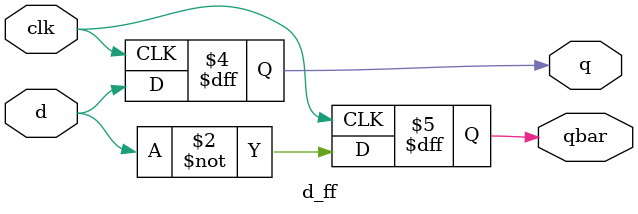
<source format=v>
module d_ff(output reg q, output reg qbar, input d, input clk);
  initial begin
    q = 1'b0;
    qbar = 1'b1;
  end

  always @(posedge clk) begin
      q = d;
      qbar = ~q;
  end
endmodule

</source>
